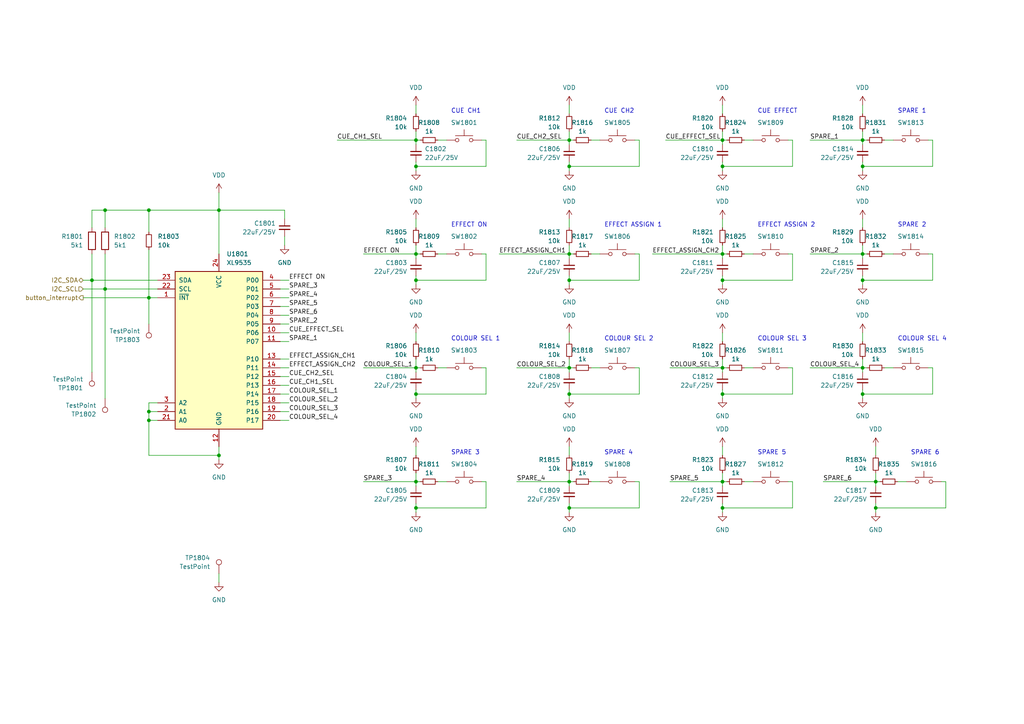
<source format=kicad_sch>
(kicad_sch (version 20231120) (generator "eeschema") (generator_version "8.0")
  (paper "A4")
  (junction (at 120.65 114.3))
  (junction (at 250.19 81.28))
  (junction (at 250.19 73.66))
  (junction (at 43.18 119.38))
  (junction (at 63.5 132.08))
  (junction (at 120.65 40.64))
  (junction (at 165.1 40.64))
  (junction (at 165.1 106.68))
  (junction (at 26.67 81.28))
  (junction (at 250.19 48.26))
  (junction (at 43.18 60.96))
  (junction (at 209.55 147.32))
  (junction (at 43.18 121.92))
  (junction (at 209.55 106.68))
  (junction (at 165.1 81.28))
  (junction (at 120.65 48.26))
  (junction (at 63.5 60.96))
  (junction (at 30.48 83.82))
  (junction (at 43.18 86.36))
  (junction (at 209.55 48.26))
  (junction (at 120.65 139.7))
  (junction (at 209.55 139.7))
  (junction (at 165.1 73.66))
  (junction (at 165.1 114.3))
  (junction (at 165.1 139.7))
  (junction (at 254 147.32))
  (junction (at 120.65 73.66))
  (junction (at 165.1 48.26))
  (junction (at 30.48 60.96))
  (junction (at 254 139.7))
  (junction (at 250.19 114.3))
  (junction (at 120.65 106.68))
  (junction (at 120.65 81.28))
  (junction (at 120.65 147.32))
  (junction (at 209.55 114.3))
  (junction (at 250.19 106.68))
  (junction (at 165.1 147.32))
  (junction (at 209.55 40.64))
  (junction (at 250.19 40.64))
  (junction (at 209.55 81.28))
  (junction (at 209.55 73.66))
  (wire (pts (xy 250.19 80.01) (xy 250.19 81.28)))
  (wire (pts (xy 43.18 67.31) (xy 43.18 60.96)))
  (wire (pts (xy 63.5 168.91) (xy 63.5 166.37)))
  (wire (pts (xy 250.19 104.14) (xy 250.19 106.68)))
  (wire (pts (xy 250.19 73.66) (xy 250.19 74.93)))
  (wire (pts (xy 185.42 81.28) (xy 185.42 73.66)))
  (wire (pts (xy 185.42 40.64) (xy 184.15 40.64)))
  (wire (pts (xy 120.65 48.26) (xy 120.65 49.53)))
  (wire (pts (xy 81.28 104.14) (xy 83.82 104.14)))
  (wire (pts (xy 165.1 106.68) (xy 165.1 107.95)))
  (wire (pts (xy 43.18 86.36) (xy 43.18 93.98)))
  (wire (pts (xy 171.45 139.7) (xy 173.99 139.7)))
  (wire (pts (xy 165.1 30.48) (xy 165.1 33.02)))
  (wire (pts (xy 140.97 48.26) (xy 120.65 48.26)))
  (wire (pts (xy 234.95 73.66) (xy 250.19 73.66)))
  (wire (pts (xy 209.55 147.32) (xy 229.87 147.32)))
  (wire (pts (xy 43.18 121.92) (xy 43.18 119.38)))
  (wire (pts (xy 165.1 81.28) (xy 165.1 82.55)))
  (wire (pts (xy 185.42 73.66) (xy 184.15 73.66)))
  (wire (pts (xy 251.46 73.66) (xy 250.19 73.66)))
  (wire (pts (xy 166.37 106.68) (xy 165.1 106.68)))
  (wire (pts (xy 165.1 139.7) (xy 165.1 140.97)))
  (wire (pts (xy 120.65 147.32) (xy 140.97 147.32)))
  (wire (pts (xy 43.18 121.92) (xy 45.72 121.92)))
  (wire (pts (xy 229.87 48.26) (xy 229.87 40.64)))
  (wire (pts (xy 209.55 106.68) (xy 209.55 107.95)))
  (wire (pts (xy 105.41 139.7) (xy 120.65 139.7)))
  (wire (pts (xy 254 129.54) (xy 254 132.08)))
  (wire (pts (xy 63.5 132.08) (xy 63.5 133.35)))
  (wire (pts (xy 215.9 139.7) (xy 218.44 139.7)))
  (wire (pts (xy 120.65 146.05) (xy 120.65 147.32)))
  (wire (pts (xy 81.28 93.98) (xy 83.82 93.98)))
  (wire (pts (xy 256.54 73.66) (xy 259.08 73.66)))
  (wire (pts (xy 140.97 73.66) (xy 139.7 73.66)))
  (wire (pts (xy 81.28 111.76) (xy 83.82 111.76)))
  (wire (pts (xy 165.1 48.26) (xy 185.42 48.26)))
  (wire (pts (xy 209.55 129.54) (xy 209.55 132.08)))
  (wire (pts (xy 250.19 48.26) (xy 270.51 48.26)))
  (wire (pts (xy 171.45 106.68) (xy 173.99 106.68)))
  (wire (pts (xy 120.65 114.3) (xy 140.97 114.3)))
  (wire (pts (xy 194.31 106.68) (xy 209.55 106.68)))
  (wire (pts (xy 63.5 60.96) (xy 82.55 60.96)))
  (wire (pts (xy 250.19 114.3) (xy 270.51 114.3)))
  (wire (pts (xy 250.19 63.5) (xy 250.19 66.04)))
  (wire (pts (xy 270.51 106.68) (xy 269.24 106.68)))
  (wire (pts (xy 251.46 40.64) (xy 250.19 40.64)))
  (wire (pts (xy 26.67 73.66) (xy 26.67 81.28)))
  (wire (pts (xy 140.97 40.64) (xy 139.7 40.64)))
  (wire (pts (xy 254 137.16) (xy 254 139.7)))
  (wire (pts (xy 209.55 73.66) (xy 209.55 74.93)))
  (wire (pts (xy 229.87 114.3) (xy 229.87 106.68)))
  (wire (pts (xy 210.82 73.66) (xy 209.55 73.66)))
  (wire (pts (xy 120.65 81.28) (xy 120.65 82.55)))
  (wire (pts (xy 209.55 113.03) (xy 209.55 114.3)))
  (wire (pts (xy 254 147.32) (xy 254 148.59)))
  (wire (pts (xy 30.48 60.96) (xy 43.18 60.96)))
  (wire (pts (xy 229.87 106.68) (xy 228.6 106.68)))
  (wire (pts (xy 194.31 139.7) (xy 209.55 139.7)))
  (wire (pts (xy 229.87 81.28) (xy 229.87 73.66)))
  (wire (pts (xy 144.78 73.66) (xy 165.1 73.66)))
  (wire (pts (xy 81.28 99.06) (xy 83.82 99.06)))
  (wire (pts (xy 250.19 30.48) (xy 250.19 33.02)))
  (wire (pts (xy 63.5 60.96) (xy 63.5 73.66)))
  (wire (pts (xy 250.19 46.99) (xy 250.19 48.26)))
  (wire (pts (xy 209.55 80.01) (xy 209.55 81.28)))
  (wire (pts (xy 185.42 139.7) (xy 184.15 139.7)))
  (wire (pts (xy 210.82 139.7) (xy 209.55 139.7)))
  (wire (pts (xy 120.65 114.3) (xy 120.65 115.57)))
  (wire (pts (xy 43.18 116.84) (xy 45.72 116.84)))
  (wire (pts (xy 165.1 137.16) (xy 165.1 139.7)))
  (wire (pts (xy 120.65 139.7) (xy 120.65 140.97)))
  (wire (pts (xy 81.28 83.82) (xy 83.82 83.82)))
  (wire (pts (xy 120.65 137.16) (xy 120.65 139.7)))
  (wire (pts (xy 140.97 114.3) (xy 140.97 106.68)))
  (wire (pts (xy 149.86 40.64) (xy 165.1 40.64)))
  (wire (pts (xy 30.48 73.66) (xy 30.48 83.82)))
  (wire (pts (xy 81.28 116.84) (xy 83.82 116.84)))
  (wire (pts (xy 43.18 132.08) (xy 43.18 121.92)))
  (wire (pts (xy 45.72 86.36) (xy 43.18 86.36)))
  (wire (pts (xy 120.65 38.1) (xy 120.65 40.64)))
  (wire (pts (xy 149.86 139.7) (xy 165.1 139.7)))
  (wire (pts (xy 30.48 83.82) (xy 45.72 83.82)))
  (wire (pts (xy 185.42 106.68) (xy 184.15 106.68)))
  (wire (pts (xy 250.19 38.1) (xy 250.19 40.64)))
  (wire (pts (xy 120.65 80.01) (xy 120.65 81.28)))
  (wire (pts (xy 81.28 121.92) (xy 83.82 121.92)))
  (wire (pts (xy 24.13 81.28) (xy 26.67 81.28)))
  (wire (pts (xy 250.19 40.64) (xy 250.19 41.91)))
  (wire (pts (xy 215.9 73.66) (xy 218.44 73.66)))
  (wire (pts (xy 229.87 147.32) (xy 229.87 139.7)))
  (wire (pts (xy 26.67 81.28) (xy 26.67 107.95)))
  (wire (pts (xy 127 106.68) (xy 129.54 106.68)))
  (wire (pts (xy 270.51 114.3) (xy 270.51 106.68)))
  (wire (pts (xy 149.86 106.68) (xy 165.1 106.68)))
  (wire (pts (xy 30.48 66.04) (xy 30.48 60.96)))
  (wire (pts (xy 254 146.05) (xy 254 147.32)))
  (wire (pts (xy 255.27 139.7) (xy 254 139.7)))
  (wire (pts (xy 250.19 96.52) (xy 250.19 99.06)))
  (wire (pts (xy 210.82 106.68) (xy 209.55 106.68)))
  (wire (pts (xy 165.1 146.05) (xy 165.1 147.32)))
  (wire (pts (xy 215.9 106.68) (xy 218.44 106.68)))
  (wire (pts (xy 185.42 114.3) (xy 185.42 106.68)))
  (wire (pts (xy 121.92 139.7) (xy 120.65 139.7)))
  (wire (pts (xy 215.9 40.64) (xy 218.44 40.64)))
  (wire (pts (xy 120.65 129.54) (xy 120.65 132.08)))
  (wire (pts (xy 270.51 73.66) (xy 269.24 73.66)))
  (wire (pts (xy 81.28 106.68) (xy 83.82 106.68)))
  (wire (pts (xy 165.1 63.5) (xy 165.1 66.04)))
  (wire (pts (xy 209.55 30.48) (xy 209.55 33.02)))
  (wire (pts (xy 166.37 40.64) (xy 165.1 40.64)))
  (wire (pts (xy 43.18 119.38) (xy 45.72 119.38)))
  (wire (pts (xy 234.95 106.68) (xy 250.19 106.68)))
  (wire (pts (xy 43.18 119.38) (xy 43.18 116.84)))
  (wire (pts (xy 165.1 114.3) (xy 165.1 115.57)))
  (wire (pts (xy 121.92 40.64) (xy 120.65 40.64)))
  (wire (pts (xy 140.97 81.28) (xy 140.97 73.66)))
  (wire (pts (xy 165.1 114.3) (xy 185.42 114.3)))
  (wire (pts (xy 63.5 55.88) (xy 63.5 60.96)))
  (wire (pts (xy 26.67 81.28) (xy 45.72 81.28)))
  (wire (pts (xy 120.65 147.32) (xy 120.65 148.59)))
  (wire (pts (xy 209.55 146.05) (xy 209.55 147.32)))
  (wire (pts (xy 82.55 71.12) (xy 82.55 68.58)))
  (wire (pts (xy 120.65 81.28) (xy 140.97 81.28)))
  (wire (pts (xy 229.87 40.64) (xy 228.6 40.64)))
  (wire (pts (xy 254 147.32) (xy 274.32 147.32)))
  (wire (pts (xy 82.55 60.96) (xy 82.55 63.5)))
  (wire (pts (xy 209.55 48.26) (xy 229.87 48.26)))
  (wire (pts (xy 256.54 106.68) (xy 259.08 106.68)))
  (wire (pts (xy 165.1 96.52) (xy 165.1 99.06)))
  (wire (pts (xy 209.55 139.7) (xy 209.55 140.97)))
  (wire (pts (xy 165.1 113.03) (xy 165.1 114.3)))
  (wire (pts (xy 165.1 40.64) (xy 165.1 41.91)))
  (wire (pts (xy 209.55 147.32) (xy 209.55 148.59)))
  (wire (pts (xy 120.65 40.64) (xy 120.65 41.91)))
  (wire (pts (xy 43.18 60.96) (xy 63.5 60.96)))
  (wire (pts (xy 43.18 86.36) (xy 43.18 72.39)))
  (wire (pts (xy 140.97 106.68) (xy 139.7 106.68)))
  (wire (pts (xy 120.65 73.66) (xy 120.65 74.93)))
  (wire (pts (xy 171.45 40.64) (xy 173.99 40.64)))
  (wire (pts (xy 229.87 139.7) (xy 228.6 139.7)))
  (wire (pts (xy 120.65 96.52) (xy 120.65 99.06)))
  (wire (pts (xy 209.55 114.3) (xy 209.55 115.57)))
  (wire (pts (xy 63.5 132.08) (xy 43.18 132.08)))
  (wire (pts (xy 193.04 40.64) (xy 209.55 40.64)))
  (wire (pts (xy 30.48 83.82) (xy 30.48 115.57)))
  (wire (pts (xy 254 139.7) (xy 254 140.97)))
  (wire (pts (xy 127 139.7) (xy 129.54 139.7)))
  (wire (pts (xy 209.55 40.64) (xy 209.55 41.91)))
  (wire (pts (xy 120.65 71.12) (xy 120.65 73.66)))
  (wire (pts (xy 209.55 104.14) (xy 209.55 106.68)))
  (wire (pts (xy 209.55 63.5) (xy 209.55 66.04)))
  (wire (pts (xy 250.19 113.03) (xy 250.19 114.3)))
  (wire (pts (xy 166.37 139.7) (xy 165.1 139.7)))
  (wire (pts (xy 120.65 63.5) (xy 120.65 66.04)))
  (wire (pts (xy 189.23 73.66) (xy 209.55 73.66)))
  (wire (pts (xy 81.28 88.9) (xy 83.82 88.9)))
  (wire (pts (xy 121.92 106.68) (xy 120.65 106.68)))
  (wire (pts (xy 81.28 81.28) (xy 83.82 81.28)))
  (wire (pts (xy 229.87 73.66) (xy 228.6 73.66)))
  (wire (pts (xy 165.1 38.1) (xy 165.1 40.64)))
  (wire (pts (xy 165.1 147.32) (xy 165.1 148.59)))
  (wire (pts (xy 127 73.66) (xy 129.54 73.66)))
  (wire (pts (xy 209.55 71.12) (xy 209.55 73.66)))
  (wire (pts (xy 121.92 73.66) (xy 120.65 73.66)))
  (wire (pts (xy 165.1 73.66) (xy 165.1 74.93)))
  (wire (pts (xy 120.65 30.48) (xy 120.65 33.02)))
  (wire (pts (xy 165.1 48.26) (xy 165.1 49.53)))
  (wire (pts (xy 165.1 80.01) (xy 165.1 81.28)))
  (wire (pts (xy 165.1 104.14) (xy 165.1 106.68)))
  (wire (pts (xy 81.28 114.3) (xy 83.82 114.3)))
  (wire (pts (xy 120.65 113.03) (xy 120.65 114.3)))
  (wire (pts (xy 97.79 40.64) (xy 120.65 40.64)))
  (wire (pts (xy 81.28 96.52) (xy 83.82 96.52)))
  (wire (pts (xy 26.67 60.96) (xy 30.48 60.96)))
  (wire (pts (xy 63.5 129.54) (xy 63.5 132.08)))
  (wire (pts (xy 185.42 48.26) (xy 185.42 40.64)))
  (wire (pts (xy 26.67 60.96) (xy 26.67 66.04)))
  (wire (pts (xy 270.51 81.28) (xy 270.51 73.66)))
  (wire (pts (xy 250.19 71.12) (xy 250.19 73.66)))
  (wire (pts (xy 270.51 40.64) (xy 269.24 40.64)))
  (wire (pts (xy 105.41 106.68) (xy 120.65 106.68)))
  (wire (pts (xy 210.82 40.64) (xy 209.55 40.64)))
  (wire (pts (xy 24.13 86.36) (xy 43.18 86.36)))
  (wire (pts (xy 105.41 73.66) (xy 120.65 73.66)))
  (wire (pts (xy 120.65 46.99) (xy 120.65 48.26)))
  (wire (pts (xy 81.28 91.44) (xy 83.82 91.44)))
  (wire (pts (xy 251.46 106.68) (xy 250.19 106.68)))
  (wire (pts (xy 140.97 139.7) (xy 139.7 139.7)))
  (wire (pts (xy 209.55 38.1) (xy 209.55 40.64)))
  (wire (pts (xy 250.19 81.28) (xy 250.19 82.55)))
  (wire (pts (xy 120.65 106.68) (xy 120.65 107.95)))
  (wire (pts (xy 260.35 139.7) (xy 262.89 139.7)))
  (wire (pts (xy 209.55 114.3) (xy 229.87 114.3)))
  (wire (pts (xy 165.1 81.28) (xy 185.42 81.28)))
  (wire (pts (xy 120.65 104.14) (xy 120.65 106.68)))
  (wire (pts (xy 165.1 46.99) (xy 165.1 48.26)))
  (wire (pts (xy 238.76 139.7) (xy 254 139.7)))
  (wire (pts (xy 81.28 109.22) (xy 83.82 109.22)))
  (wire (pts (xy 209.55 137.16) (xy 209.55 139.7)))
  (wire (pts (xy 81.28 86.36) (xy 83.82 86.36)))
  (wire (pts (xy 24.13 83.82) (xy 30.48 83.82)))
  (wire (pts (xy 270.51 48.26) (xy 270.51 40.64)))
  (wire (pts (xy 256.54 40.64) (xy 259.08 40.64)))
  (wire (pts (xy 140.97 40.64) (xy 140.97 48.26)))
  (wire (pts (xy 166.37 73.66) (xy 165.1 73.66)))
  (wire (pts (xy 250.19 48.26) (xy 250.19 49.53)))
  (wire (pts (xy 209.55 46.99) (xy 209.55 48.26)))
  (wire (pts (xy 209.55 96.52) (xy 209.55 99.06)))
  (wire (pts (xy 209.55 81.28) (xy 229.87 81.28)))
  (wire (pts (xy 250.19 106.68) (xy 250.19 107.95)))
  (wire (pts (xy 165.1 147.32) (xy 185.42 147.32)))
  (wire (pts (xy 185.42 147.32) (xy 185.42 139.7)))
  (wire (pts (xy 127 40.64) (xy 129.54 40.64)))
  (wire (pts (xy 165.1 129.54) (xy 165.1 132.08)))
  (wire (pts (xy 234.95 40.64) (xy 250.19 40.64)))
  (wire (pts (xy 209.55 81.28) (xy 209.55 82.55)))
  (wire (pts (xy 250.19 114.3) (xy 250.19 115.57)))
  (wire (pts (xy 165.1 71.12) (xy 165.1 73.66)))
  (wire (pts (xy 274.32 147.32) (xy 274.32 139.7)))
  (wire (pts (xy 274.32 139.7) (xy 273.05 139.7)))
  (wire (pts (xy 171.45 73.66) (xy 173.99 73.66)))
  (wire (pts (xy 209.55 48.26) (xy 209.55 49.53)))
  (wire (pts (xy 250.19 81.28) (xy 270.51 81.28)))
  (wire (pts (xy 140.97 147.32) (xy 140.97 139.7)))
  (wire (pts (xy 81.28 119.38) (xy 83.82 119.38)))
  (text "SPARE 2" (at 260.35 66.04 0) (effects (font (size 1.27 1.27)) (justify left bottom)))
  (text "CUE EFFECT" (at 219.71 33.02 0) (effects (font (size 1.27 1.27)) (justify left bottom)))
  (text "CUE CH2" (at 175.26 33.02 0) (effects (font (size 1.27 1.27)) (justify left bottom)))
  (text "EFFECT ASSIGN 1" (at 175.26 66.04 0) (effects (font (size 1.27 1.27)) (justify left bottom)))
  (text "COLOUR SEL 4" (at 260.35 99.06 0) (effects (font (size 1.27 1.27)) (justify left bottom)))
  (text "SPARE 1" (at 260.35 33.02 0) (effects (font (size 1.27 1.27)) (justify left bottom)))
  (text "SPARE 6" (at 264.16 132.08 0) (effects (font (size 1.27 1.27)) (justify left bottom)))
  (text "CUE CH1" (at 130.81 33.02 0) (effects (font (size 1.27 1.27)) (justify left bottom)))
  (text "COLOUR SEL 1" (at 130.81 99.06 0) (effects (font (size 1.27 1.27)) (justify left bottom)))
  (text "SPARE 4" (at 175.26 132.08 0) (effects (font (size 1.27 1.27)) (justify left bottom)))
  (text "COLOUR SEL 2" (at 175.26 99.06 0) (effects (font (size 1.27 1.27)) (justify left bottom)))
  (text "SPARE 3" (at 130.81 132.08 0) (effects (font (size 1.27 1.27)) (justify left bottom)))
  (text "COLOUR SEL 3" (at 219.71 99.06 0) (effects (font (size 1.27 1.27)) (justify left bottom)))
  (text "EFFECT ASSIGN 2" (at 219.71 66.04 0) (effects (font (size 1.27 1.27)) (justify left bottom)))
  (text "SPARE 5" (at 219.71 132.08 0) (effects (font (size 1.27 1.27)) (justify left bottom)))
  (text "EFFECT ON" (at 130.81 66.04 0) (effects (font (size 1.27 1.27)) (justify left bottom)))
  (label "COLOUR_SEL_4" (at 234.95 106.68 0))
  (label "SPARE_6" (at 238.76 139.7 0))
  (label "EFFECT_ASSIGN_CH2" (at 83.82 106.68 0))
  (label "SPARE_4" (at 83.82 86.36 0))
  (label "COLOUR_SEL_1" (at 105.41 106.68 0))
  (label "SPARE_1" (at 234.95 40.64 0))
  (label "COLOUR_SEL_4" (at 83.82 121.92 0))
  (label "CUE_EFFECT_SEL" (at 193.04 40.64 0))
  (label "SPARE_3" (at 83.82 83.82 0))
  (label "CUE_CH2_SEL" (at 83.82 109.22 0))
  (label "CUE_EFFECT_SEL" (at 83.82 96.52 0))
  (label "EFFECT ON" (at 83.82 81.28 0))
  (label "COLOUR_SEL_2" (at 149.86 106.68 0))
  (label "CUE_CH2_SEL" (at 149.86 40.64 0))
  (label "COLOUR_SEL_1" (at 83.82 114.3 0))
  (label "SPARE_4" (at 149.86 139.7 0))
  (label "EFFECT_ASSIGN_CH2" (at 189.23 73.66 0))
  (label "SPARE_6" (at 83.82 91.44 0))
  (label "SPARE_5" (at 194.31 139.7 0))
  (label "SPARE_3" (at 105.41 139.7 0))
  (label "EFFECT ON" (at 105.41 73.66 0))
  (label "COLOUR_SEL_3" (at 83.82 119.38 0))
  (label "SPARE_1" (at 83.82 99.06 0))
  (label "EFFECT_ASSIGN_CH1" (at 144.78 73.66 0))
  (label "CUE_CH1_SEL" (at 83.82 111.76 0))
  (label "EFFECT_ASSIGN_CH1" (at 83.82 104.14 0))
  (label "CUE_CH1_SEL" (at 97.79 40.64 0))
  (label "SPARE_5" (at 83.82 88.9 0))
  (label "COLOUR_SEL_2" (at 83.82 116.84 0))
  (label "COLOUR_SEL_3" (at 194.31 106.68 0))
  (label "SPARE_2" (at 234.95 73.66 0))
  (label "SPARE_2" (at 83.82 93.98 0))
  (hierarchical_label "button_interrupt" (shape output) (at 24.13 86.36 180))
  (hierarchical_label "I2C_SDA" (shape bidirectional) (at 24.13 81.28 180))
  (hierarchical_label "I2C_SCL" (shape input) (at 24.13 83.82 180))
  (symbol (lib_id "Device:R_Small") (at 250.19 35.56 0) (mirror y) (unit 1)
    (property "Reference" "R1828" (at 247.65 34.29 0) (effects (justify left)))
    (property "Value" "10k" (at 247.65 36.83 0) (effects (justify left)))
    (property "Footprint" "Resistor_SMD:R_0805_2012Metric_Pad1.20x1.40mm_HandSolder" (effects (hide yes)))
    (property "LCSC" "C17414" (effects (hide yes)))
    (instances (project "Magna" (path "" (reference "R1828") (unit 1))) (project "io_daughterboard" (path "" (reference "R328") (unit 1))))
  )
  (symbol (lib_id "Device:C_Small") (at 254 143.51 0) (unit 1)
    (property "Reference" "C1817" (at 251.46 142.2463 0) (effects (justify right)))
    (property "Value" "22uF/25V" (at 251.46 144.7863 0) (effects (justify right)))
    (property "Footprint" "Capacitor_SMD:C_0805_2012Metric_Pad1.18x1.45mm_HandSolder" (effects (hide yes)))
    (property "LCSC" "C45783" (effects (hide yes)))
    (instances (project "Magna" (path "" (reference "C1817") (unit 1))) (project "io_daughterboard" (path "" (reference "C317") (unit 1))))
  )
  (symbol (lib_id "power:GND") (at 120.65 148.59 0) (unit 1)
    (property "Reference" "#PWR01812" (effects (hide yes)))
    (property "Value" "GND" (at 120.65 153.67 0))
    (instances (project "Magna" (path "" (reference "#PWR01812") (unit 1))) (project "io_daughterboard" (path "" (reference "#PWR0312") (unit 1))))
  )
  (symbol (lib_id "power:VDD") (at 120.65 30.48 0) (unit 1)
    (property "Reference" "#PWR01805" (effects (hide yes)))
    (property "Value" "VDD" (at 120.65 25.4 0))
    (instances (project "Magna" (path "" (reference "#PWR01805") (unit 1))) (project "io_daughterboard" (path "" (reference "#PWR0305") (unit 1))))
  )
  (symbol (lib_id "power:GND") (at 120.65 49.53 0) (unit 1)
    (property "Reference" "#PWR01806" (effects (hide yes)))
    (property "Value" "GND" (at 120.65 54.61 0))
    (instances (project "Magna" (path "" (reference "#PWR01806") (unit 1))) (project "io_daughterboard" (path "" (reference "#PWR0306") (unit 1))))
  )
  (symbol (lib_id "Device:C_Small") (at 250.19 44.45 0) (unit 1)
    (property "Reference" "C1814" (at 247.65 43.1863 0) (effects (justify right)))
    (property "Value" "22uF/25V" (at 247.65 45.7263 0) (effects (justify right)))
    (property "Footprint" "Capacitor_SMD:C_0805_2012Metric_Pad1.18x1.45mm_HandSolder" (effects (hide yes)))
    (property "LCSC" "C45783" (effects (hide yes)))
    (instances (project "Magna" (path "" (reference "C1814") (unit 1))) (project "io_daughterboard" (path "" (reference "C314") (unit 1))))
  )
  (symbol (lib_id "Device:C_Small") (at 209.55 110.49 0) (unit 1)
    (property "Reference" "C1812" (at 207.01 109.2263 0) (effects (justify right)))
    (property "Value" "22uF/25V" (at 207.01 111.7663 0) (effects (justify right)))
    (property "Footprint" "Capacitor_SMD:C_0805_2012Metric_Pad1.18x1.45mm_HandSolder" (effects (hide yes)))
    (property "LCSC" "C45783" (effects (hide yes)))
    (instances (project "Magna" (path "" (reference "C1812") (unit 1))) (project "io_daughterboard" (path "" (reference "C312") (unit 1))))
  )
  (symbol (lib_id "Switch:SW_Push") (at 134.62 139.7 0) (unit 1)
    (property "Reference" "SW1804" (at 134.62 134.62 0))
    (property "Footprint" "Button_Switch_SMD:SW_Push_1P1T_XKB_TS-1187A" (effects (hide yes)))
    (property "LCSC" "C318884" (effects (hide yes)))
    (instances (project "Magna" (path "" (reference "SW1804") (unit 1))) (project "io_daughterboard" (path "" (reference "SW304") (unit 1))))
  )
  (symbol (lib_id "power:VDD") (at 165.1 129.54 0) (unit 1)
    (property "Reference" "#PWR01819" (effects (hide yes)))
    (property "Value" "VDD" (at 165.1 124.46 0))
    (instances (project "Magna" (path "" (reference "#PWR01819") (unit 1))) (project "io_daughterboard" (path "" (reference "#PWR0319") (unit 1))))
  )
  (symbol (lib_id "power:VDD") (at 120.65 129.54 0) (unit 1)
    (property "Reference" "#PWR01811" (effects (hide yes)))
    (property "Value" "VDD" (at 120.65 124.46 0))
    (instances (project "Magna" (path "" (reference "#PWR01811") (unit 1))) (project "io_daughterboard" (path "" (reference "#PWR0311") (unit 1))))
  )
  (symbol (lib_id "Device:R_Small") (at 43.18 69.85 0) (unit 1)
    (property "Reference" "R1803" (at 45.72 68.58 0) (effects (justify left)))
    (property "Value" "10k" (at 45.72 71.12 0) (effects (justify left)))
    (property "Footprint" "Resistor_SMD:R_0805_2012Metric_Pad1.20x1.40mm_HandSolder" (effects (hide yes)))
    (property "LCSC" "C17414" (effects (hide yes)))
    (instances (project "Magna" (path "" (reference "R1803") (unit 1))) (project "io_daughterboard" (path "" (reference "R303") (unit 1))))
  )
  (symbol (lib_id "Device:C_Small") (at 209.55 143.51 0) (unit 1)
    (property "Reference" "C1813" (at 207.01 142.2463 0) (effects (justify right)))
    (property "Value" "22uF/25V" (at 207.01 144.7863 0) (effects (justify right)))
    (property "Footprint" "Capacitor_SMD:C_0805_2012Metric_Pad1.18x1.45mm_HandSolder" (effects (hide yes)))
    (property "LCSC" "C45783" (effects (hide yes)))
    (instances (project "Magna" (path "" (reference "C1813") (unit 1))) (project "io_daughterboard" (path "" (reference "C313") (unit 1))))
  )
  (symbol (lib_id "Device:R_Small") (at 209.55 35.56 0) (mirror y) (unit 1)
    (property "Reference" "R1820" (at 207.01 34.29 0) (effects (justify left)))
    (property "Value" "10k" (at 207.01 36.83 0) (effects (justify left)))
    (property "Footprint" "Resistor_SMD:R_0805_2012Metric_Pad1.20x1.40mm_HandSolder" (effects (hide yes)))
    (property "LCSC" "C17414" (effects (hide yes)))
    (instances (project "Magna" (path "" (reference "R1820") (unit 1))) (project "io_daughterboard" (path "" (reference "R320") (unit 1))))
  )
  (symbol (lib_id "Switch:SW_Push") (at 179.07 73.66 0) (unit 1)
    (property "Reference" "SW1806" (at 179.07 68.58 0))
    (property "Footprint" "Button_Switch_SMD:SW_Push_1P1T_XKB_TS-1187A" (effects (hide yes)))
    (property "LCSC" "C318884" (effects (hide yes)))
    (instances (project "Magna" (path "" (reference "SW1806") (unit 1))) (project "io_daughterboard" (path "" (reference "SW306") (unit 1))))
  )
  (symbol (lib_id "Switch:SW_Push") (at 264.16 73.66 0) (unit 1)
    (property "Reference" "SW1814" (at 264.16 68.58 0))
    (property "Footprint" "Button_Switch_SMD:SW_Push_1P1T_XKB_TS-1187A" (effects (hide yes)))
    (property "LCSC" "C318884" (effects (hide yes)))
    (instances (project "Magna" (path "" (reference "SW1814") (unit 1))) (project "io_daughterboard" (path "" (reference "SW314") (unit 1))))
  )
  (symbol (lib_id "Device:R_Small") (at 213.36 139.7 90) (unit 1)
    (property "Reference" "R1827" (at 213.36 134.62 90))
    (property "Value" "1k" (at 213.36 137.16 90))
    (property "Footprint" "Resistor_SMD:R_0805_2012Metric_Pad1.20x1.40mm_HandSolder" (effects (hide yes)))
    (property "LCSC" "C17513" (effects (hide yes)))
    (instances (project "Magna" (path "" (reference "R1827") (unit 1))) (project "io_daughterboard" (path "" (reference "R327") (unit 1))))
  )
  (symbol (lib_id "power:GND") (at 209.55 49.53 0) (unit 1)
    (property "Reference" "#PWR01822" (effects (hide yes)))
    (property "Value" "GND" (at 209.55 54.61 0))
    (instances (project "Magna" (path "" (reference "#PWR01822") (unit 1))) (project "io_daughterboard" (path "" (reference "#PWR0322") (unit 1))))
  )
  (symbol (lib_id "Device:R_Small") (at 254 40.64 90) (unit 1)
    (property "Reference" "R1831" (at 254 35.56 90))
    (property "Value" "1k" (at 254 38.1 90))
    (property "Footprint" "Resistor_SMD:R_0805_2012Metric_Pad1.20x1.40mm_HandSolder" (effects (hide yes)))
    (property "LCSC" "C17513" (effects (hide yes)))
    (instances (project "Magna" (path "" (reference "R1831") (unit 1))) (project "io_daughterboard" (path "" (reference "R331") (unit 1))))
  )
  (symbol (lib_id "Device:C_Small") (at 209.55 77.47 0) (unit 1)
    (property "Reference" "C1811" (at 207.01 76.2063 0) (effects (justify right)))
    (property "Value" "22uF/25V" (at 207.01 78.7463 0) (effects (justify right)))
    (property "Footprint" "Capacitor_SMD:C_0805_2012Metric_Pad1.18x1.45mm_HandSolder" (effects (hide yes)))
    (property "LCSC" "C45783" (effects (hide yes)))
    (instances (project "Magna" (path "" (reference "C1811") (unit 1))) (project "io_daughterboard" (path "" (reference "C311") (unit 1))))
  )
  (symbol (lib_id "power:VDD") (at 63.5 55.88 0) (unit 1)
    (property "Reference" "#PWR01801" (effects (hide yes)))
    (property "Value" "VDD" (at 63.5 50.8 0))
    (instances (project "Magna" (path "" (reference "#PWR01801") (unit 1))) (project "io_daughterboard" (path "" (reference "#PWR0301") (unit 1))))
  )
  (symbol (lib_id "Device:R_Small") (at 165.1 101.6 0) (mirror y) (unit 1)
    (property "Reference" "R1814" (at 162.56 100.33 0) (effects (justify left)))
    (property "Value" "10k" (at 162.56 102.87 0) (effects (justify left)))
    (property "Footprint" "Resistor_SMD:R_0805_2012Metric_Pad1.20x1.40mm_HandSolder" (effects (hide yes)))
    (property "LCSC" "C17414" (effects (hide yes)))
    (instances (project "Magna" (path "" (reference "R1814") (unit 1))) (project "io_daughterboard" (path "" (reference "R314") (unit 1))))
  )
  (symbol (lib_id "power:VDD") (at 165.1 96.52 0) (unit 1)
    (property "Reference" "#PWR01817" (effects (hide yes)))
    (property "Value" "VDD" (at 165.1 91.44 0))
    (instances (project "Magna" (path "" (reference "#PWR01817") (unit 1))) (project "io_daughterboard" (path "" (reference "#PWR0317") (unit 1))))
  )
  (symbol (lib_id "Switch:SW_Push") (at 223.52 139.7 0) (unit 1)
    (property "Reference" "SW1812" (at 223.52 134.62 0))
    (property "Footprint" "Button_Switch_SMD:SW_Push_1P1T_XKB_TS-1187A" (effects (hide yes)))
    (property "LCSC" "C318884" (effects (hide yes)))
    (instances (project "Magna" (path "" (reference "SW1812") (unit 1))) (project "io_daughterboard" (path "" (reference "SW312") (unit 1))))
  )
  (symbol (lib_id "Device:R_Small") (at 213.36 40.64 90) (unit 1)
    (property "Reference" "R1824" (at 213.36 35.56 90))
    (property "Value" "1k" (at 213.36 38.1 90))
    (property "Footprint" "Resistor_SMD:R_0805_2012Metric_Pad1.20x1.40mm_HandSolder" (effects (hide yes)))
    (property "LCSC" "C17513" (effects (hide yes)))
    (instances (project "Magna" (path "" (reference "R1824") (unit 1))) (project "io_daughterboard" (path "" (reference "R324") (unit 1))))
  )
  (symbol (lib_id "Switch:SW_Push") (at 223.52 40.64 0) (unit 1)
    (property "Reference" "SW1809" (at 223.52 35.56 0))
    (property "Footprint" "Button_Switch_SMD:SW_Push_1P1T_XKB_TS-1187A" (effects (hide yes)))
    (property "LCSC" "C318884" (effects (hide yes)))
    (instances (project "Magna" (path "" (reference "SW1809") (unit 1))) (project "io_daughterboard" (path "" (reference "SW309") (unit 1))))
  )
  (symbol (lib_id "power:GND") (at 120.65 115.57 0) (unit 1)
    (property "Reference" "#PWR01810" (effects (hide yes)))
    (property "Value" "GND" (at 120.65 120.65 0))
    (instances (project "Magna" (path "" (reference "#PWR01810") (unit 1))) (project "io_daughterboard" (path "" (reference "#PWR0310") (unit 1))))
  )
  (symbol (lib_id "power:VDD") (at 209.55 129.54 0) (unit 1)
    (property "Reference" "#PWR01827" (effects (hide yes)))
    (property "Value" "VDD" (at 209.55 124.46 0))
    (instances (project "Magna" (path "" (reference "#PWR01827") (unit 1))) (project "io_daughterboard" (path "" (reference "#PWR0327") (unit 1))))
  )
  (symbol (lib_id "Device:R_Small") (at 213.36 106.68 90) (unit 1)
    (property "Reference" "R1826" (at 213.36 101.6 90))
    (property "Value" "1k" (at 213.36 104.14 90))
    (property "Footprint" "Resistor_SMD:R_0805_2012Metric_Pad1.20x1.40mm_HandSolder" (effects (hide yes)))
    (property "LCSC" "C17513" (effects (hide yes)))
    (instances (project "Magna" (path "" (reference "R1826") (unit 1))) (project "io_daughterboard" (path "" (reference "R326") (unit 1))))
  )
  (symbol (lib_id "Device:R_Small") (at 124.46 40.64 90) (unit 1)
    (property "Reference" "R1808" (at 124.46 35.56 90))
    (property "Value" "1k" (at 124.46 38.1 90))
    (property "Footprint" "Resistor_SMD:R_0805_2012Metric_Pad1.20x1.40mm_HandSolder" (effects (hide yes)))
    (property "LCSC" "C17513" (effects (hide yes)))
    (instances (project "Magna" (path "" (reference "R1808") (unit 1))) (project "io_daughterboard" (path "" (reference "R308") (unit 1))))
  )
  (symbol (lib_id "power:GND") (at 209.55 115.57 0) (unit 1)
    (property "Reference" "#PWR01826" (effects (hide yes)))
    (property "Value" "GND" (at 209.55 120.65 0))
    (instances (project "Magna" (path "" (reference "#PWR01826") (unit 1))) (project "io_daughterboard" (path "" (reference "#PWR0326") (unit 1))))
  )
  (symbol (lib_id "power:GND") (at 250.19 82.55 0) (unit 1)
    (property "Reference" "#PWR01832" (effects (hide yes)))
    (property "Value" "GND" (at 250.19 87.63 0))
    (instances (project "Magna" (path "" (reference "#PWR01832") (unit 1))) (project "io_daughterboard" (path "" (reference "#PWR0332") (unit 1))))
  )
  (symbol (lib_id "Device:C_Small") (at 120.65 77.47 0) (unit 1)
    (property "Reference" "C1803" (at 118.11 76.2063 0) (effects (justify right)))
    (property "Value" "22uF/25V" (at 118.11 78.7463 0) (effects (justify right)))
    (property "Footprint" "Capacitor_SMD:C_0805_2012Metric_Pad1.18x1.45mm_HandSolder" (effects (hide yes)))
    (property "LCSC" "C45783" (effects (hide yes)))
    (instances (project "Magna" (path "" (reference "C1803") (unit 1))) (project "io_daughterboard" (path "" (reference "C303") (unit 1))))
  )
  (symbol (lib_id "Switch:SW_Push") (at 134.62 73.66 0) (unit 1)
    (property "Reference" "SW1802" (at 134.62 68.58 0))
    (property "Footprint" "Button_Switch_SMD:SW_Push_1P1T_XKB_TS-1187A" (effects (hide yes)))
    (property "LCSC" "C318884" (effects (hide yes)))
    (instances (project "Magna" (path "" (reference "SW1802") (unit 1))) (project "io_daughterboard" (path "" (reference "SW302") (unit 1))))
  )
  (symbol (lib_id "power:VDD") (at 165.1 30.48 0) (unit 1)
    (property "Reference" "#PWR01813" (effects (hide yes)))
    (property "Value" "VDD" (at 165.1 25.4 0))
    (instances (project "Magna" (path "" (reference "#PWR01813") (unit 1))) (project "io_daughterboard" (path "" (reference "#PWR0313") (unit 1))))
  )
  (symbol (lib_id "Switch:SW_Push") (at 223.52 106.68 0) (unit 1)
    (property "Reference" "SW1811" (at 223.52 101.6 0))
    (property "Footprint" "Button_Switch_SMD:SW_Push_1P1T_XKB_TS-1187A" (effects (hide yes)))
    (property "LCSC" "C318884" (effects (hide yes)))
    (instances (project "Magna" (path "" (reference "SW1811") (unit 1))) (project "io_daughterboard" (path "" (reference "SW311") (unit 1))))
  )
  (symbol (lib_id "power:GND") (at 82.55 71.12 0) (unit 1)
    (property "Reference" "#PWR01804" (effects (hide yes)))
    (property "Value" "GND" (at 82.55 76.2 0))
    (instances (project "Magna" (path "" (reference "#PWR01804") (unit 1))) (project "io_daughterboard" (path "" (reference "#PWR0304") (unit 1))))
  )
  (symbol (lib_id "power:VDD") (at 250.19 96.52 0) (unit 1)
    (property "Reference" "#PWR01833" (effects (hide yes)))
    (property "Value" "VDD" (at 250.19 91.44 0))
    (instances (project "Magna" (path "" (reference "#PWR01833") (unit 1))) (project "io_daughterboard" (path "" (reference "#PWR0333") (unit 1))))
  )
  (symbol (lib_id "power:VDD") (at 250.19 63.5 0) (unit 1)
    (property "Reference" "#PWR01831" (effects (hide yes)))
    (property "Value" "VDD" (at 250.19 58.42 0))
    (instances (project "Magna" (path "" (reference "#PWR01831") (unit 1))) (project "io_daughterboard" (path "" (reference "#PWR0331") (unit 1))))
  )
  (symbol (lib_id "power:GND") (at 165.1 49.53 0) (unit 1)
    (property "Reference" "#PWR01814" (effects (hide yes)))
    (property "Value" "GND" (at 165.1 54.61 0))
    (instances (project "Magna" (path "" (reference "#PWR01814") (unit 1))) (project "io_daughterboard" (path "" (reference "#PWR0314") (unit 1))))
  )
  (symbol (lib_id "Device:R_Small") (at 250.19 68.58 0) (mirror y) (unit 1)
    (property "Reference" "R1829" (at 247.65 67.31 0) (effects (justify left)))
    (property "Value" "10k" (at 247.65 69.85 0) (effects (justify left)))
    (property "Footprint" "Resistor_SMD:R_0805_2012Metric_Pad1.20x1.40mm_HandSolder" (effects (hide yes)))
    (property "LCSC" "C17414" (effects (hide yes)))
    (instances (project "Magna" (path "" (reference "R1829") (unit 1))) (project "io_daughterboard" (path "" (reference "R329") (unit 1))))
  )
  (symbol (lib_id "Device:R_Small") (at 165.1 35.56 0) (mirror y) (unit 1)
    (property "Reference" "R1812" (at 162.56 34.29 0) (effects (justify left)))
    (property "Value" "10k" (at 162.56 36.83 0) (effects (justify left)))
    (property "Footprint" "Resistor_SMD:R_0805_2012Metric_Pad1.20x1.40mm_HandSolder" (effects (hide yes)))
    (property "LCSC" "C17414" (effects (hide yes)))
    (instances (project "Magna" (path "" (reference "R1812") (unit 1))) (project "io_daughterboard" (path "" (reference "R312") (unit 1))))
  )
  (symbol (lib_id "Device:R_Small") (at 250.19 101.6 0) (mirror y) (unit 1)
    (property "Reference" "R1830" (at 247.65 100.33 0) (effects (justify left)))
    (property "Value" "10k" (at 247.65 102.87 0) (effects (justify left)))
    (property "Footprint" "Resistor_SMD:R_0805_2012Metric_Pad1.20x1.40mm_HandSolder" (effects (hide yes)))
    (property "LCSC" "C17414" (effects (hide yes)))
    (instances (project "Magna" (path "" (reference "R1830") (unit 1))) (project "io_daughterboard" (path "" (reference "R330") (unit 1))))
  )
  (symbol (lib_id "Device:R_Small") (at 120.65 68.58 0) (mirror y) (unit 1)
    (property "Reference" "R1805" (at 118.11 67.31 0) (effects (justify left)))
    (property "Value" "10k" (at 118.11 69.85 0) (effects (justify left)))
    (property "Footprint" "Resistor_SMD:R_0805_2012Metric_Pad1.20x1.40mm_HandSolder" (effects (hide yes)))
    (property "LCSC" "C17414" (effects (hide yes)))
    (instances (project "Magna" (path "" (reference "R1805") (unit 1))) (project "io_daughterboard" (path "" (reference "R305") (unit 1))))
  )
  (symbol (lib_id "Device:C_Small") (at 120.65 110.49 0) (unit 1)
    (property "Reference" "C1804" (at 118.11 109.2263 0) (effects (justify right)))
    (property "Value" "22uF/25V" (at 118.11 111.7663 0) (effects (justify right)))
    (property "Footprint" "Capacitor_SMD:C_0805_2012Metric_Pad1.18x1.45mm_HandSolder" (effects (hide yes)))
    (property "LCSC" "C45783" (effects (hide yes)))
    (instances (project "Magna" (path "" (reference "C1804") (unit 1))) (project "io_daughterboard" (path "" (reference "C304") (unit 1))))
  )
  (symbol (lib_id "Device:R_Small") (at 168.91 139.7 90) (unit 1)
    (property "Reference" "R1819" (at 168.91 134.62 90))
    (property "Value" "1k" (at 168.91 137.16 90))
    (property "Footprint" "Resistor_SMD:R_0805_2012Metric_Pad1.20x1.40mm_HandSolder" (effects (hide yes)))
    (property "LCSC" "C17513" (effects (hide yes)))
    (instances (project "Magna" (path "" (reference "R1819") (unit 1))) (project "io_daughterboard" (path "" (reference "R319") (unit 1))))
  )
  (symbol (lib_id "Device:R_Small") (at 120.65 134.62 0) (mirror y) (unit 1)
    (property "Reference" "R1807" (at 118.11 133.35 0) (effects (justify left)))
    (property "Value" "10k" (at 118.11 135.89 0) (effects (justify left)))
    (property "Footprint" "Resistor_SMD:R_0805_2012Metric_Pad1.20x1.40mm_HandSolder" (effects (hide yes)))
    (property "LCSC" "C17414" (effects (hide yes)))
    (instances (project "Magna" (path "" (reference "R1807") (unit 1))) (project "io_daughterboard" (path "" (reference "R307") (unit 1))))
  )
  (symbol (lib_id "power:GND") (at 165.1 148.59 0) (unit 1)
    (property "Reference" "#PWR01820" (effects (hide yes)))
    (property "Value" "GND" (at 165.1 153.67 0))
    (instances (project "Magna" (path "" (reference "#PWR01820") (unit 1))) (project "io_daughterboard" (path "" (reference "#PWR0320") (unit 1))))
  )
  (symbol (lib_id "Switch:SW_Push") (at 179.07 40.64 0) (unit 1)
    (property "Reference" "SW1805" (at 179.07 35.56 0))
    (property "Footprint" "Button_Switch_SMD:SW_Push_1P1T_XKB_TS-1187A" (effects (hide yes)))
    (property "LCSC" "C318884" (effects (hide yes)))
    (instances (project "Magna" (path "" (reference "SW1805") (unit 1))) (project "io_daughterboard" (path "" (reference "SW305") (unit 1))))
  )
  (symbol (lib_id "power:GND") (at 63.5 133.35 0) (unit 1)
    (property "Reference" "#PWR01802" (effects (hide yes)))
    (property "Value" "GND" (at 63.5 138.43 0))
    (instances (project "Magna" (path "" (reference "#PWR01802") (unit 1))) (project "io_daughterboard" (path "" (reference "#PWR0302") (unit 1))))
  )
  (symbol (lib_id "Device:R_Small") (at 168.91 106.68 90) (unit 1)
    (property "Reference" "R1818" (at 168.91 101.6 90))
    (property "Value" "1k" (at 168.91 104.14 90))
    (property "Footprint" "Resistor_SMD:R_0805_2012Metric_Pad1.20x1.40mm_HandSolder" (effects (hide yes)))
    (property "LCSC" "C17513" (effects (hide yes)))
    (instances (project "Magna" (path "" (reference "R1818") (unit 1))) (project "io_daughterboard" (path "" (reference "R318") (unit 1))))
  )
  (symbol (lib_id "Device:C_Small") (at 82.55 66.04 0) (unit 1)
    (property "Reference" "C1801" (at 80.01 64.7763 0) (effects (justify right)))
    (property "Value" "22uF/25V" (at 80.01 67.3163 0) (effects (justify right)))
    (property "Footprint" "Capacitor_SMD:C_0805_2012Metric_Pad1.18x1.45mm_HandSolder" (effects (hide yes)))
    (property "LCSC" "C45783" (effects (hide yes)))
    (instances (project "Magna" (path "" (reference "C1801") (unit 1))) (project "io_daughterboard" (path "" (reference "C301") (unit 1))))
  )
  (symbol (lib_id "Device:R_Small") (at 209.55 101.6 0) (mirror y) (unit 1)
    (property "Reference" "R1822" (at 207.01 100.33 0) (effects (justify left)))
    (property "Value" "10k" (at 207.01 102.87 0) (effects (justify left)))
    (property "Footprint" "Resistor_SMD:R_0805_2012Metric_Pad1.20x1.40mm_HandSolder" (effects (hide yes)))
    (property "LCSC" "C17414" (effects (hide yes)))
    (instances (project "Magna" (path "" (reference "R1822") (unit 1))) (project "io_daughterboard" (path "" (reference "R322") (unit 1))))
  )
  (symbol (lib_id "Switch:SW_Push") (at 267.97 139.7 0) (unit 1)
    (property "Reference" "SW1816" (at 267.97 134.62 0))
    (property "Footprint" "Button_Switch_SMD:SW_Push_1P1T_XKB_TS-1187A" (effects (hide yes)))
    (property "LCSC" "C318884" (effects (hide yes)))
    (instances (project "Magna" (path "" (reference "SW1816") (unit 1))) (project "io_daughterboard" (path "" (reference "SW316") (unit 1))))
  )
  (symbol (lib_id "power:GND") (at 165.1 115.57 0) (unit 1)
    (property "Reference" "#PWR01818" (effects (hide yes)))
    (property "Value" "GND" (at 165.1 120.65 0))
    (instances (project "Magna" (path "" (reference "#PWR01818") (unit 1))) (project "io_daughterboard" (path "" (reference "#PWR0318") (unit 1))))
  )
  (symbol (lib_id "Device:R_Small") (at 120.65 101.6 0) (mirror y) (unit 1)
    (property "Reference" "R1806" (at 118.11 100.33 0) (effects (justify left)))
    (property "Value" "10k" (at 118.11 102.87 0) (effects (justify left)))
    (property "Footprint" "Resistor_SMD:R_0805_2012Metric_Pad1.20x1.40mm_HandSolder" (effects (hide yes)))
    (property "LCSC" "C17414" (effects (hide yes)))
    (instances (project "Magna" (path "" (reference "R1806") (unit 1))) (project "io_daughterboard" (path "" (reference "R306") (unit 1))))
  )
  (symbol (lib_id "Device:R_Small") (at 165.1 68.58 0) (mirror y) (unit 1)
    (property "Reference" "R1813" (at 162.56 67.31 0) (effects (justify left)))
    (property "Value" "10k" (at 162.56 69.85 0) (effects (justify left)))
    (property "Footprint" "Resistor_SMD:R_0805_2012Metric_Pad1.20x1.40mm_HandSolder" (effects (hide yes)))
    (property "LCSC" "C17414" (effects (hide yes)))
    (instances (project "Magna" (path "" (reference "R1813") (unit 1))) (project "io_daughterboard" (path "" (reference "R313") (unit 1))))
  )
  (symbol (lib_id "Device:C_Small") (at 165.1 143.51 0) (unit 1)
    (property "Reference" "C1809" (at 162.56 142.2463 0) (effects (justify right)))
    (property "Value" "22uF/25V" (at 162.56 144.7863 0) (effects (justify right)))
    (property "Footprint" "Capacitor_SMD:C_0805_2012Metric_Pad1.18x1.45mm_HandSolder" (effects (hide yes)))
    (property "LCSC" "C45783" (effects (hide yes)))
    (instances (project "Magna" (path "" (reference "C1809") (unit 1))) (project "io_daughterboard" (path "" (reference "C309") (unit 1))))
  )
  (symbol (lib_id "Device:R_Small") (at 168.91 40.64 90) (unit 1)
    (property "Reference" "R1816" (at 168.91 35.56 90))
    (property "Value" "1k" (at 168.91 38.1 90))
    (property "Footprint" "Resistor_SMD:R_0805_2012Metric_Pad1.20x1.40mm_HandSolder" (effects (hide yes)))
    (property "LCSC" "C17513" (effects (hide yes)))
    (instances (project "Magna" (path "" (reference "R1816") (unit 1))) (project "io_daughterboard" (path "" (reference "R316") (unit 1))))
  )
  (symbol (lib_id "Switch:SW_Push") (at 134.62 40.64 0) (unit 1)
    (property "Reference" "SW1801" (at 134.62 35.56 0))
    (property "Footprint" "Button_Switch_SMD:SW_Push_1P1T_XKB_TS-1187A" (effects (hide yes)))
    (property "LCSC" "C318884" (effects (hide yes)))
    (instances (project "Magna" (path "" (reference "SW1801") (unit 1))) (project "io_daughterboard" (path "" (reference "SW301") (unit 1))))
  )
  (symbol (lib_id "Device:C_Small") (at 165.1 110.49 0) (unit 1)
    (property "Reference" "C1808" (at 162.56 109.2263 0) (effects (justify right)))
    (property "Value" "22uF/25V" (at 162.56 111.7663 0) (effects (justify right)))
    (property "Footprint" "Capacitor_SMD:C_0805_2012Metric_Pad1.18x1.45mm_HandSolder" (effects (hide yes)))
    (property "LCSC" "C45783" (effects (hide yes)))
    (instances (project "Magna" (path "" (reference "C1808") (unit 1))) (project "io_daughterboard" (path "" (reference "C308") (unit 1))))
  )
  (symbol (lib_id "power:VDD") (at 120.65 96.52 0) (unit 1)
    (property "Reference" "#PWR01809" (effects (hide yes)))
    (property "Value" "VDD" (at 120.65 91.44 0))
    (instances (project "Magna" (path "" (reference "#PWR01809") (unit 1))) (project "io_daughterboard" (path "" (reference "#PWR0309") (unit 1))))
  )
  (symbol (lib_id "Device:R_Small") (at 254 106.68 90) (unit 1)
    (property "Reference" "R1833" (at 254 101.6 90))
    (property "Value" "1k" (at 254 104.14 90))
    (property "Footprint" "Resistor_SMD:R_0805_2012Metric_Pad1.20x1.40mm_HandSolder" (effects (hide yes)))
    (property "LCSC" "C17513" (effects (hide yes)))
    (instances (project "Magna" (path "" (reference "R1833") (unit 1))) (project "io_daughterboard" (path "" (reference "R333") (unit 1))))
  )
  (symbol (lib_id "Device:R_Small") (at 124.46 73.66 90) (unit 1)
    (property "Reference" "R1809" (at 124.46 68.58 90))
    (property "Value" "1k" (at 124.46 71.12 90))
    (property "Footprint" "Resistor_SMD:R_0805_2012Metric_Pad1.20x1.40mm_HandSolder" (effects (hide yes)))
    (property "LCSC" "C17513" (effects (hide yes)))
    (instances (project "Magna" (path "" (reference "R1809") (unit 1))) (project "io_daughterboard" (path "" (reference "R309") (unit 1))))
  )
  (symbol (lib_id "Device:R") (at 30.48 69.85 0) (unit 1)
    (property "Reference" "R1802" (at 33.02 68.58 0) (effects (justify left)))
    (property "Value" "5k1" (at 33.02 71.12 0) (effects (justify left)))
    (property "Footprint" "Resistor_SMD:R_0805_2012Metric_Pad1.20x1.40mm_HandSolder" (effects (hide yes)))
    (property "LCSC" "C218638" (effects (hide yes)))
    (instances (project "Magna" (path "" (reference "R1802") (unit 1))) (project "io_daughterboard" (path "" (reference "R302") (unit 1))))
  )
  (symbol (lib_id "power:VDD") (at 254 129.54 0) (unit 1)
    (property "Reference" "#PWR01835" (effects (hide yes)))
    (property "Value" "VDD" (at 254 124.46 0))
    (instances (project "Magna" (path "" (reference "#PWR01835") (unit 1))) (project "io_daughterboard" (path "" (reference "#PWR0335") (unit 1))))
  )
  (symbol (lib_id "Device:R_Small") (at 254 73.66 90) (unit 1)
    (property "Reference" "R1832" (at 254 68.58 90))
    (property "Value" "1k" (at 254 71.12 90))
    (property "Footprint" "Resistor_SMD:R_0805_2012Metric_Pad1.20x1.40mm_HandSolder" (effects (hide yes)))
    (property "LCSC" "C17513" (effects (hide yes)))
    (instances (project "Magna" (path "" (reference "R1832") (unit 1))) (project "io_daughterboard" (path "" (reference "R332") (unit 1))))
  )
  (symbol (lib_id "Device:R_Small") (at 209.55 68.58 0) (mirror y) (unit 1)
    (property "Reference" "R1821" (at 207.01 67.31 0) (effects (justify left)))
    (property "Value" "10k" (at 207.01 69.85 0) (effects (justify left)))
    (property "Footprint" "Resistor_SMD:R_0805_2012Metric_Pad1.20x1.40mm_HandSolder" (effects (hide yes)))
    (property "LCSC" "C17414" (effects (hide yes)))
    (instances (project "Magna" (path "" (reference "R1821") (unit 1))) (project "io_daughterboard" (path "" (reference "R321") (unit 1))))
  )
  (symbol (lib_id "power:VDD") (at 120.65 63.5 0) (unit 1)
    (property "Reference" "#PWR01807" (effects (hide yes)))
    (property "Value" "VDD" (at 120.65 58.42 0))
    (instances (project "Magna" (path "" (reference "#PWR01807") (unit 1))) (project "io_daughterboard" (path "" (reference "#PWR0307") (unit 1))))
  )
  (symbol (lib_id "Device:R_Small") (at 165.1 134.62 0) (mirror y) (unit 1)
    (property "Reference" "R1815" (at 162.56 133.35 0) (effects (justify left)))
    (property "Value" "10k" (at 162.56 135.89 0) (effects (justify left)))
    (property "Footprint" "Resistor_SMD:R_0805_2012Metric_Pad1.20x1.40mm_HandSolder" (effects (hide yes)))
    (property "LCSC" "C17414" (effects (hide yes)))
    (instances (project "Magna" (path "" (reference "R1815") (unit 1))) (project "io_daughterboard" (path "" (reference "R315") (unit 1))))
  )
  (symbol (lib_id "power:VDD") (at 250.19 30.48 0) (unit 1)
    (property "Reference" "#PWR01829" (effects (hide yes)))
    (property "Value" "VDD" (at 250.19 25.4 0))
    (instances (project "Magna" (path "" (reference "#PWR01829") (unit 1))) (project "io_daughterboard" (path "" (reference "#PWR0329") (unit 1))))
  )
  (symbol (lib_id "power:GND") (at 209.55 82.55 0) (unit 1)
    (property "Reference" "#PWR01824" (effects (hide yes)))
    (property "Value" "GND" (at 209.55 87.63 0))
    (instances (project "Magna" (path "" (reference "#PWR01824") (unit 1))) (project "io_daughterboard" (path "" (reference "#PWR0324") (unit 1))))
  )
  (symbol (lib_id "Device:C_Small") (at 209.55 44.45 0) (unit 1)
    (property "Reference" "C1810" (at 207.01 43.1863 0) (effects (justify right)))
    (property "Value" "22uF/25V" (at 207.01 45.7263 0) (effects (justify right)))
    (property "Footprint" "Capacitor_SMD:C_0805_2012Metric_Pad1.18x1.45mm_HandSolder" (effects (hide yes)))
    (property "LCSC" "C45783" (effects (hide yes)))
    (instances (project "Magna" (path "" (reference "C1810") (unit 1))) (project "io_daughterboard" (path "" (reference "C310") (unit 1))))
  )
  (symbol (lib_id "power:GND") (at 254 148.59 0) (unit 1)
    (property "Reference" "#PWR01836" (effects (hide yes)))
    (property "Value" "GND" (at 254 153.67 0))
    (instances (project "Magna" (path "" (reference "#PWR01836") (unit 1))) (project "io_daughterboard" (path "" (reference "#PWR0336") (unit 1))))
  )
  (symbol (lib_id "Device:C_Small") (at 250.19 110.49 0) (unit 1)
    (property "Reference" "C1816" (at 247.65 109.2263 0) (effects (justify right)))
    (property "Value" "22uF/25V" (at 247.65 111.7663 0) (effects (justify right)))
    (property "Footprint" "Capacitor_SMD:C_0805_2012Metric_Pad1.18x1.45mm_HandSolder" (effects (hide yes)))
    (property "LCSC" "C45783" (effects (hide yes)))
    (instances (project "Magna" (path "" (reference "C1816") (unit 1))) (project "io_daughterboard" (path "" (reference "C316") (unit 1))))
  )
  (symbol (lib_id "power:VDD") (at 209.55 63.5 0) (unit 1)
    (property "Reference" "#PWR01823" (effects (hide yes)))
    (property "Value" "VDD" (at 209.55 58.42 0))
    (instances (project "Magna" (path "" (reference "#PWR01823") (unit 1))) (project "io_daughterboard" (path "" (reference "#PWR0323") (unit 1))))
  )
  (symbol (lib_id "Device:R_Small") (at 209.55 134.62 0) (mirror y) (unit 1)
    (property "Reference" "R1823" (at 207.01 133.35 0) (effects (justify left)))
    (property "Value" "10k" (at 207.01 135.89 0) (effects (justify left)))
    (property "Footprint" "Resistor_SMD:R_0805_2012Metric_Pad1.20x1.40mm_HandSolder" (effects (hide yes)))
    (property "LCSC" "C17414" (effects (hide yes)))
    (instances (project "Magna" (path "" (reference "R1823") (unit 1))) (project "io_daughterboard" (path "" (reference "R323") (unit 1))))
  )
  (symbol (lib_id "Switch:SW_Push") (at 179.07 106.68 0) (unit 1)
    (property "Reference" "SW1807" (at 179.07 101.6 0))
    (property "Footprint" "Button_Switch_SMD:SW_Push_1P1T_XKB_TS-1187A" (effects (hide yes)))
    (property "LCSC" "C318884" (effects (hide yes)))
    (instances (project "Magna" (path "" (reference "SW1807") (unit 1))) (project "io_daughterboard" (path "" (reference "SW307") (unit 1))))
  )
  (symbol (lib_id "Switch:SW_Push") (at 264.16 106.68 0) (unit 1)
    (property "Reference" "SW1815" (at 264.16 101.6 0))
    (property "Footprint" "Button_Switch_SMD:SW_Push_1P1T_XKB_TS-1187A" (effects (hide yes)))
    (property "LCSC" "C318884" (effects (hide yes)))
    (instances (project "Magna" (path "" (reference "SW1815") (unit 1))) (project "io_daughterboard" (path "" (reference "SW315") (unit 1))))
  )
  (symbol (lib_id "Interface_Expansion:TCA9535PWR") (at 63.5 101.6 0) (unit 1)
    (property "Reference" "U1801" (at 65.6941 73.66 0) (effects (justify left)))
    (property "Value" "XL9535" (at 65.6941 76.2 0) (effects (justify left)))
    (property "Footprint" "Package_SO:TSSOP-24_4.4x7.8mm_P0.65mm" (effects (hide yes)))
    (property "Datasheet" "http://www.ti.com/lit/ds/symlink/tca9535.pdf" (effects (hide yes)))
    (property "LCSC" "C561273" (effects (hide yes)))
    (instances (project "Magna" (path "" (reference "U1801") (unit 1))) (project "io_daughterboard" (path "" (reference "U301") (unit 1))))
  )
  (symbol (lib_id "Switch:SW_Push") (at 134.62 106.68 0) (unit 1)
    (property "Reference" "SW1803" (at 134.62 101.6 0))
    (property "Footprint" "Button_Switch_SMD:SW_Push_1P1T_XKB_TS-1187A" (effects (hide yes)))
    (property "LCSC" "C318884" (effects (hide yes)))
    (instances (project "Magna" (path "" (reference "SW1803") (unit 1))) (project "io_daughterboard" (path "" (reference "SW303") (unit 1))))
  )
  (symbol (lib_id "power:GND") (at 63.5 168.91 0) (unit 1)
    (property "Reference" "#PWR01803" (effects (hide yes)))
    (property "Value" "GND" (at 63.5 173.99 0))
    (instances (project "Magna" (path "" (reference "#PWR01803") (unit 1))) (project "io_daughterboard" (path "" (reference "#PWR0303") (unit 1))))
  )
  (symbol (lib_id "Connector:TestPoint") (at 26.67 107.95 180) (unit 1)
    (property "Reference" "TP1801" (at 24.13 112.522 0) (effects (justify left)))
    (property "Value" "TestPoint" (at 24.13 109.982 0) (effects (justify left)))
    (property "Footprint" "TestPoint:TestPoint_Keystone_5000-5004_Miniature" (effects (hide yes)))
    (instances (project "Magna" (path "" (reference "TP1801") (unit 1))) (project "io_daughterboard" (path "" (reference "TP301") (unit 1))))
  )
  (symbol (lib_id "Device:R") (at 26.67 69.85 0) (mirror y) (unit 1)
    (property "Reference" "R1801" (at 24.13 68.58 0) (effects (justify left)))
    (property "Value" "5k1" (at 24.13 71.12 0) (effects (justify left)))
    (property "Footprint" "Resistor_SMD:R_0805_2012Metric_Pad1.20x1.40mm_HandSolder" (effects (hide yes)))
    (property "LCSC" "C218638" (effects (hide yes)))
    (instances (project "Magna" (path "" (reference "R1801") (unit 1))) (project "io_daughterboard" (path "" (reference "R301") (unit 1))))
  )
  (symbol (lib_id "power:GND") (at 209.55 148.59 0) (unit 1)
    (property "Reference" "#PWR01828" (effects (hide yes)))
    (property "Value" "GND" (at 209.55 153.67 0))
    (instances (project "Magna" (path "" (reference "#PWR01828") (unit 1))) (project "io_daughterboard" (path "" (reference "#PWR0328") (unit 1))))
  )
  (symbol (lib_id "Device:R_Small") (at 257.81 139.7 90) (unit 1)
    (property "Reference" "R1835" (at 257.81 134.62 90))
    (property "Value" "1k" (at 257.81 137.16 90))
    (property "Footprint" "Resistor_SMD:R_0805_2012Metric_Pad1.20x1.40mm_HandSolder" (effects (hide yes)))
    (property "LCSC" "C17513" (effects (hide yes)))
    (instances (project "Magna" (path "" (reference "R1835") (unit 1))) (project "io_daughterboard" (path "" (reference "R335") (unit 1))))
  )
  (symbol (lib_id "Device:R_Small") (at 254 134.62 0) (mirror y) (unit 1)
    (property "Reference" "R1834" (at 251.46 133.35 0) (effects (justify left)))
    (property "Value" "10k" (at 251.46 135.89 0) (effects (justify left)))
    (property "Footprint" "Resistor_SMD:R_0805_2012Metric_Pad1.20x1.40mm_HandSolder" (effects (hide yes)))
    (property "LCSC" "C17414" (effects (hide yes)))
    (instances (project "Magna" (path "" (reference "R1834") (unit 1))) (project "io_daughterboard" (path "" (reference "R334") (unit 1))))
  )
  (symbol (lib_id "power:VDD") (at 209.55 30.48 0) (unit 1)
    (property "Reference" "#PWR01821" (effects (hide yes)))
    (property "Value" "VDD" (at 209.55 25.4 0))
    (instances (project "Magna" (path "" (reference "#PWR01821") (unit 1))) (project "io_daughterboard" (path "" (reference "#PWR0321") (unit 1))))
  )
  (symbol (lib_id "Connector:TestPoint") (at 30.48 115.57 180) (unit 1)
    (property "Reference" "TP1802" (at 27.94 120.142 0) (effects (justify left)))
    (property "Value" "TestPoint" (at 27.94 117.602 0) (effects (justify left)))
    (property "Footprint" "TestPoint:TestPoint_Keystone_5000-5004_Miniature" (effects (hide yes)))
    (instances (project "Magna" (path "" (reference "TP1802") (unit 1))) (project "io_daughterboard" (path "" (reference "TP302") (unit 1))))
  )
  (symbol (lib_id "Device:R_Small") (at 213.36 73.66 90) (unit 1)
    (property "Reference" "R1825" (at 213.36 68.58 90))
    (property "Value" "1k" (at 213.36 71.12 90))
    (property "Footprint" "Resistor_SMD:R_0805_2012Metric_Pad1.20x1.40mm_HandSolder" (effects (hide yes)))
    (property "LCSC" "C17513" (effects (hide yes)))
    (instances (project "Magna" (path "" (reference "R1825") (unit 1))) (project "io_daughterboard" (path "" (reference "R325") (unit 1))))
  )
  (symbol (lib_id "Device:R_Small") (at 120.65 35.56 0) (mirror y) (unit 1)
    (property "Reference" "R1804" (at 118.11 34.29 0) (effects (justify left)))
    (property "Value" "10k" (at 118.11 36.83 0) (effects (justify left)))
    (property "Footprint" "Resistor_SMD:R_0805_2012Metric_Pad1.20x1.40mm_HandSolder" (effects (hide yes)))
    (property "LCSC" "C17414" (effects (hide yes)))
    (instances (project "Magna" (path "" (reference "R1804") (unit 1))) (project "io_daughterboard" (path "" (reference "R304") (unit 1))))
  )
  (symbol (lib_id "Switch:SW_Push") (at 223.52 73.66 0) (unit 1)
    (property "Reference" "SW1810" (at 223.52 68.58 0))
    (property "Footprint" "Button_Switch_SMD:SW_Push_1P1T_XKB_TS-1187A" (effects (hide yes)))
    (property "LCSC" "C318884" (effects (hide yes)))
    (instances (project "Magna" (path "" (reference "SW1810") (unit 1))) (project "io_daughterboard" (path "" (reference "SW310") (unit 1))))
  )
  (symbol (lib_id "Device:R_Small") (at 124.46 139.7 90) (unit 1)
    (property "Reference" "R1811" (at 124.46 134.62 90))
    (property "Value" "1k" (at 124.46 137.16 90))
    (property "Footprint" "Resistor_SMD:R_0805_2012Metric_Pad1.20x1.40mm_HandSolder" (effects (hide yes)))
    (property "LCSC" "C17513" (effects (hide yes)))
    (instances (project "Magna" (path "" (reference "R1811") (unit 1))) (project "io_daughterboard" (path "" (reference "R311") (unit 1))))
  )
  (symbol (lib_id "Device:C_Small") (at 165.1 77.47 0) (unit 1)
    (property "Reference" "C1807" (at 162.56 76.2063 0) (effects (justify right)))
    (property "Value" "22uF/25V" (at 162.56 78.7463 0) (effects (justify right)))
    (property "Footprint" "Capacitor_SMD:C_0805_2012Metric_Pad1.18x1.45mm_HandSolder" (effects (hide yes)))
    (property "LCSC" "C45783" (effects (hide yes)))
    (instances (project "Magna" (path "" (reference "C1807") (unit 1))) (project "io_daughterboard" (path "" (reference "C307") (unit 1))))
  )
  (symbol (lib_id "power:GND") (at 120.65 82.55 0) (unit 1)
    (property "Reference" "#PWR01808" (effects (hide yes)))
    (property "Value" "GND" (at 120.65 87.63 0))
    (instances (project "Magna" (path "" (reference "#PWR01808") (unit 1))) (project "io_daughterboard" (path "" (reference "#PWR0308") (unit 1))))
  )
  (symbol (lib_id "Connector:TestPoint") (at 43.18 93.98 180) (unit 1)
    (property "Reference" "TP1803" (at 40.64 98.552 0) (effects (justify left)))
    (property "Value" "TestPoint" (at 40.64 96.012 0) (effects (justify left)))
    (property "Footprint" "TestPoint:TestPoint_Keystone_5000-5004_Miniature" (effects (hide yes)))
    (instances (project "Magna" (path "" (reference "TP1803") (unit 1))) (project "io_daughterboard" (path "" (reference "TP303") (unit 1))))
  )
  (symbol (lib_id "Device:C_Small") (at 165.1 44.45 0) (unit 1)
    (property "Reference" "C1806" (at 162.56 43.1863 0) (effects (justify right)))
    (property "Value" "22uF/25V" (at 162.56 45.7263 0) (effects (justify right)))
    (property "Footprint" "Capacitor_SMD:C_0805_2012Metric_Pad1.18x1.45mm_HandSolder" (effects (hide yes)))
    (property "LCSC" "C45783" (effects (hide yes)))
    (instances (project "Magna" (path "" (reference "C1806") (unit 1))) (project "io_daughterboard" (path "" (reference "C306") (unit 1))))
  )
  (symbol (lib_id "power:VDD") (at 209.55 96.52 0) (unit 1)
    (property "Reference" "#PWR01825" (effects (hide yes)))
    (property "Value" "VDD" (at 209.55 91.44 0))
    (instances (project "Magna" (path "" (reference "#PWR01825") (unit 1))) (project "io_daughterboard" (path "" (reference "#PWR0325") (unit 1))))
  )
  (symbol (lib_id "Device:C_Small") (at 120.65 44.45 0) (mirror y) (unit 1)
    (property "Reference" "C1802" (at 123.19 43.1863 0) (effects (justify right)))
    (property "Value" "22uF/25V" (at 123.19 45.7263 0) (effects (justify right)))
    (property "Footprint" "Capacitor_SMD:C_0805_2012Metric_Pad1.18x1.45mm_HandSolder" (effects (hide yes)))
    (property "LCSC" "C45783" (effects (hide yes)))
    (instances (project "Magna" (path "" (reference "C1802") (unit 1))) (project "io_daughterboard" (path "" (reference "C302") (unit 1))))
  )
  (symbol (lib_id "Device:C_Small") (at 120.65 143.51 0) (unit 1)
    (property "Reference" "C1805" (at 118.11 142.2463 0) (effects (justify right)))
    (property "Value" "22uF/25V" (at 118.11 144.7863 0) (effects (justify right)))
    (property "Footprint" "Capacitor_SMD:C_0805_2012Metric_Pad1.18x1.45mm_HandSolder" (effects (hide yes)))
    (property "LCSC" "C45783" (effects (hide yes)))
    (instances (project "Magna" (path "" (reference "C1805") (unit 1))) (project "io_daughterboard" (path "" (reference "C305") (unit 1))))
  )
  (symbol (lib_id "Device:C_Small") (at 250.19 77.47 0) (unit 1)
    (property "Reference" "C1815" (at 247.65 76.2063 0) (effects (justify right)))
    (property "Value" "22uF/25V" (at 247.65 78.7463 0) (effects (justify right)))
    (property "Footprint" "Capacitor_SMD:C_0805_2012Metric_Pad1.18x1.45mm_HandSolder" (effects (hide yes)))
    (property "LCSC" "C45783" (effects (hide yes)))
    (instances (project "Magna" (path "" (reference "C1815") (unit 1))) (project "io_daughterboard" (path "" (reference "C315") (unit 1))))
  )
  (symbol (lib_id "Device:R_Small") (at 168.91 73.66 90) (unit 1)
    (property "Reference" "R1817" (at 168.91 68.58 90))
    (property "Value" "1k" (at 168.91 71.12 90))
    (property "Footprint" "Resistor_SMD:R_0805_2012Metric_Pad1.20x1.40mm_HandSolder" (effects (hide yes)))
    (property "LCSC" "C17513" (effects (hide yes)))
    (instances (project "Magna" (path "" (reference "R1817") (unit 1))) (project "io_daughterboard" (path "" (reference "R317") (unit 1))))
  )
  (symbol (lib_id "Switch:SW_Push") (at 179.07 139.7 0) (unit 1)
    (property "Reference" "SW1808" (at 179.07 134.62 0))
    (property "Footprint" "Button_Switch_SMD:SW_Push_1P1T_XKB_TS-1187A" (effects (hide yes)))
    (property "LCSC" "C318884" (effects (hide yes)))
    (instances (project "Magna" (path "" (reference "SW1808") (unit 1))) (project "io_daughterboard" (path "" (reference "SW308") (unit 1))))
  )
  (symbol (lib_id "Device:R_Small") (at 124.46 106.68 90) (unit 1)
    (property "Reference" "R1810" (at 124.46 101.6 90))
    (property "Value" "1k" (at 124.46 104.14 90))
    (property "Footprint" "Resistor_SMD:R_0805_2012Metric_Pad1.20x1.40mm_HandSolder" (effects (hide yes)))
    (property "LCSC" "C17513" (effects (hide yes)))
    (instances (project "Magna" (path "" (reference "R1810") (unit 1))) (project "io_daughterboard" (path "" (reference "R310") (unit 1))))
  )
  (symbol (lib_id "Switch:SW_Push") (at 264.16 40.64 0) (unit 1)
    (property "Reference" "SW1813" (at 264.16 35.56 0))
    (property "Footprint" "Button_Switch_SMD:SW_Push_1P1T_XKB_TS-1187A" (effects (hide yes)))
    (property "LCSC" "C318884" (effects (hide yes)))
    (instances (project "Magna" (path "" (reference "SW1813") (unit 1))) (project "io_daughterboard" (path "" (reference "SW313") (unit 1))))
  )
  (symbol (lib_id "Connector:TestPoint") (at 63.5 166.37 0) (unit 1)
    (property "Reference" "TP1804" (at 60.96 161.798 0) (effects (justify right)))
    (property "Value" "TestPoint" (at 60.96 164.338 0) (effects (justify right)))
    (property "Footprint" "TestPoint:TestPoint_Keystone_5000-5004_Miniature" (effects (hide yes)))
    (instances (project "Magna" (path "" (reference "TP1804") (unit 1))) (project "io_daughterboard" (path "" (reference "TP304") (unit 1))))
  )
  (symbol (lib_id "power:GND") (at 250.19 115.57 0) (unit 1)
    (property "Reference" "#PWR01834" (effects (hide yes)))
    (property "Value" "GND" (at 250.19 120.65 0))
    (instances (project "Magna" (path "" (reference "#PWR01834") (unit 1))) (project "io_daughterboard" (path "" (reference "#PWR0334") (unit 1))))
  )
  (symbol (lib_id "power:GND") (at 165.1 82.55 0) (unit 1)
    (property "Reference" "#PWR01816" (effects (hide yes)))
    (property "Value" "GND" (at 165.1 87.63 0))
    (instances (project "Magna" (path "" (reference "#PWR01816") (unit 1))) (project "io_daughterboard" (path "" (reference "#PWR0316") (unit 1))))
  )
  (symbol (lib_id "power:GND") (at 250.19 49.53 0) (unit 1)
    (property "Reference" "#PWR01830" (effects (hide yes)))
    (property "Value" "GND" (at 250.19 54.61 0))
    (instances (project "Magna" (path "" (reference "#PWR01830") (unit 1))) (project "io_daughterboard" (path "" (reference "#PWR0330") (unit 1))))
  )
  (symbol (lib_id "power:VDD") (at 165.1 63.5 0) (unit 1)
    (property "Reference" "#PWR01815" (effects (hide yes)))
    (property "Value" "VDD" (at 165.1 58.42 0))
    (instances (project "Magna" (path "" (reference "#PWR01815") (unit 1))) (project "io_daughterboard" (path "" (reference "#PWR0315") (unit 1))))
  )
)
</source>
